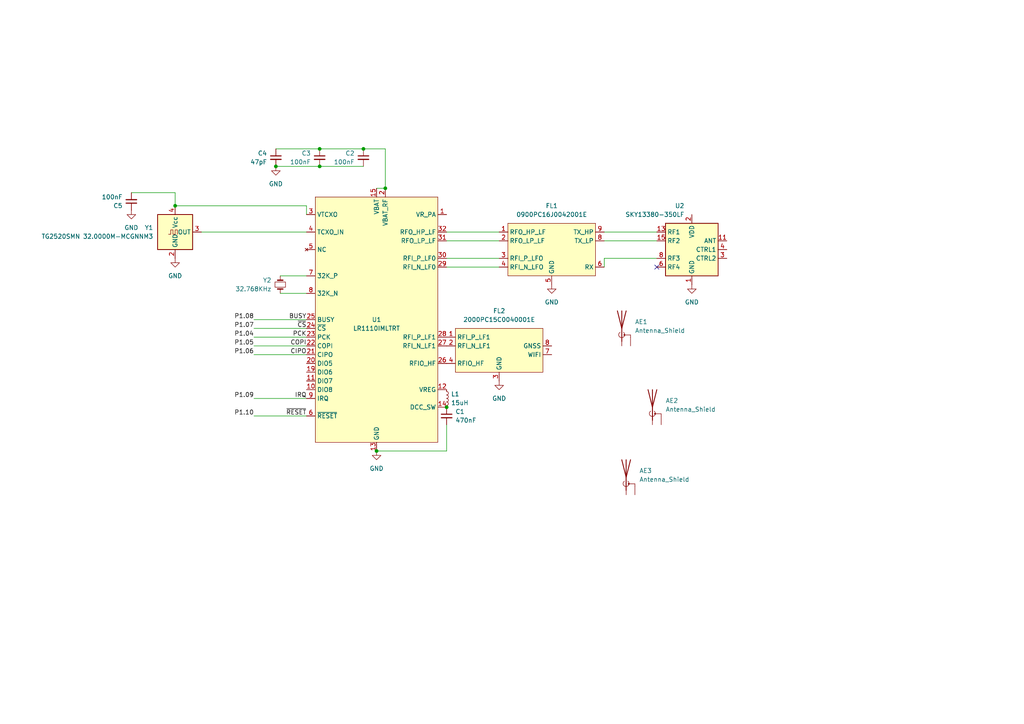
<source format=kicad_sch>
(kicad_sch (version 20250114) (generator "eeschema") (generator_version "9.0")
  (paper "A4")
  (lib_symbols
    (symbol "Device:Antenna_Shield" (pin_numbers (hide yes)) (pin_names (offset 1.016) (hide yes))
      (property "Reference" "AE" (at -1.905 4.445 0))
      (property "Value" "Antenna_Shield" (at -1.905 2.54 0))
      (symbol "Antenna_Shield_0_1"
        (arc (start 0 -2.667) (mid -0.8485 -2.1032) (end -0.508 -1.143))
        (polyline (pts (xy 0 5.08) (xy 0 -3.81)) (stroke (width 0.254)))
        (polyline (pts (xy 0 -2.54) (xy 0 0)))
        (arc (start 0.508 -1.143) (mid 0.8046 -2.0885) (end 0 -2.667))
        (polyline (pts (xy 0.762 -1.905) (xy 2.54 -1.905)))
        (circle (center 0.762 -1.905) (radius 0.1778) (fill (type outline)))
        (polyline (pts (xy 1.27 5.08) (xy 0 0) (xy -1.27 5.08)) (stroke (width 0.254)))
        (polyline (pts (xy 2.54 -2.54) (xy 2.54 -1.905)))
      )
      (symbol "Antenna_Shield_1_1"
        (pin input line (at 0 -5.08 90) (length 2.54) (name "A") (number "1"))
        (pin input line (at 2.54 -5.08 90) (length 2.54) (name "Shield") (number "2"))
      )
    )
    (symbol "Device:C_Small" (pin_numbers (hide yes)) (pin_names (offset 0.254) (hide yes))
      (property "Reference" "C" (at 0.254 1.778 0))
      (property "Value" "C_Small" (at 0.254 -2.032 0))
      (symbol "C_Small_0_1"
        (polyline (pts (xy -1.524 0.508) (xy 1.524 0.508)) (stroke (width 0.3048)))
        (polyline (pts (xy -1.524 -0.508) (xy 1.524 -0.508)) (stroke (width 0.3302)))
      )
      (symbol "C_Small_1_1"
        (pin passive line (at 0 2.54 270) (length 2.032) (name "~") (number "1"))
        (pin passive line (at 0 -2.54 90) (length 2.032) (name "~") (number "2"))
      )
    )
    (symbol "Device:Crystal_Small" (pin_numbers (hide yes)) (pin_names (offset 1.016) (hide yes))
      (property "Reference" "Y" (at 0 2.54 0))
      (property "Value" "Crystal_Small" (at 0 -2.54 0))
      (symbol "Crystal_Small_0_1"
        (polyline (pts (xy -1.27 -0.762) (xy -1.27 0.762)) (stroke (width 0.381)))
        (rectangle (start -0.762 -1.524) (end 0.762 1.524))
        (polyline (pts (xy 1.27 -0.762) (xy 1.27 0.762)) (stroke (width 0.381)))
      )
      (symbol "Crystal_Small_1_1"
        (pin passive line (at -2.54 0 0) (length 1.27) (name "1") (number "1"))
        (pin passive line (at 2.54 0 180) (length 1.27) (name "2") (number "2"))
      )
    )
    (symbol "Device:L_Small" (pin_numbers (hide yes)) (pin_names (offset 0.254) (hide yes))
      (property "Reference" "L" (at 0.762 1.016 0))
      (property "Value" "L_Small" (at 0.762 -1.016 0))
      (symbol "L_Small_0_1"
        (arc (start 0 2.032) (mid 0.5058 1.524) (end 0 1.016))
        (arc (start 0 1.016) (mid 0.5058 0.508) (end 0 0))
        (arc (start 0 0) (mid 0.5058 -0.508) (end 0 -1.016))
        (arc (start 0 -1.016) (mid 0.5058 -1.524) (end 0 -2.032))
      )
      (symbol "L_Small_1_1"
        (pin passive line (at 0 2.54 270) (length 0.508) (name "~") (number "1"))
        (pin passive line (at 0 -2.54 90) (length 0.508) (name "~") (number "2"))
      )
    )
    (symbol "Oscillator:TG2520SMN-xx.xxxxxxMhz-xxxxNM"
      (property "Reference" "Y" (at -5.08 6.35 0))
      (property "Value" "TG2520SMN-xx.xxxxxxMhz-xxxxNM" (at 1.27 -6.35 0))
      (symbol "TG2520SMN-xx.xxxxxxMhz-xxxxNM_0_1"
        (rectangle (start -5.08 5.08) (end 5.08 -5.08) (stroke (width 0.254)) (fill (type background)))
        (polyline (pts (xy -1.905 -0.635) (xy -1.27 -0.635) (xy -1.27 0.635) (xy -0.635 0.635) (xy -0.635 -0.635) (xy 0 -0.635) (xy 0 0.635) (xy 0.635 0.635) (xy 0.635 -0.635)))
      )
      (symbol "TG2520SMN-xx.xxxxxxMhz-xxxxNM_1_1"
        (pin no_connect line (at -5.08 0 0) (length 2.54) (hide yes) (name "NC") (number "1"))
        (pin power_in line (at 0 7.62 270) (length 2.54) (name "Vcc") (number "4"))
        (pin power_in line (at 0 -7.62 90) (length 2.54) (name "GND") (number "2"))
        (pin output line (at 7.62 0 180) (length 2.54) (name "OUT") (number "3"))
      )
    )
    (symbol "RF_Switch:SKY13380-350LF"
      (property "Reference" "U" (at -6.35 8.89 0))
      (property "Value" "SKY13380-350LF" (at 10.16 8.89 0))
      (symbol "SKY13380-350LF_0_1"
        (rectangle (start -7.62 7.62) (end 7.62 -7.62) (stroke (width 0.254)) (fill (type background)))
      )
      (symbol "SKY13380-350LF_1_1"
        (pin passive line (at -10.16 2.54 0) (length 2.54) (name "ANT") (number "11"))
        (pin input line (at -10.16 0 0) (length 2.54) (name "CTRL1") (number "4"))
        (pin input line (at -10.16 -2.54 0) (length 2.54) (name "CTRL2") (number "3"))
        (pin power_in line (at 0 10.16 270) (length 2.54) (name "VDD") (number "2"))
        (pin power_in line (at 0 -10.16 90) (length 2.54) (name "GND") (number "1"))
        (pin passive line (at 0 -10.16 90) (length 2.54) (hide yes) (name "GND") (number "10"))
        (pin passive line (at 0 -10.16 90) (length 2.54) (hide yes) (name "GND") (number "12"))
        (pin passive line (at 0 -10.16 90) (length 2.54) (hide yes) (name "GND") (number "14"))
        (pin passive line (at 0 -10.16 90) (length 2.54) (hide yes) (name "GND") (number "5"))
        (pin passive line (at 0 -10.16 90) (length 2.54) (hide yes) (name "GND") (number "7"))
        (pin passive line (at 0 -10.16 90) (length 2.54) (hide yes) (name "GND") (number "9"))
        (pin no_connect line (at 7.62 0 180) (length 2.54) (hide yes) (name "NC") (number "16"))
        (pin passive line (at 10.16 5.08 180) (length 2.54) (name "RF1") (number "13"))
        (pin passive line (at 10.16 2.54 180) (length 2.54) (name "RF2") (number "15"))
        (pin passive line (at 10.16 -2.54 180) (length 2.54) (name "RF3") (number "8"))
        (pin passive line (at 10.16 -5.08 180) (length 2.54) (name "RF4") (number "6"))
      )
    )
    (symbol "nRF54-LR1110-Fin-RF:0900PC16J0042001E"
      (property "Reference" "FL" (at 0 12.7 0))
      (property "Value" "0900PC16J0042001E" (at 0 10.16 0))
      (symbol "0900PC16J0042001E_0_0"
        (pin passive line (at -15.24 5.08 0) (length 2.54) (name "RFO_HP_LF") (number "1"))
        (pin passive line (at -15.24 -2.54 0) (length 2.54) (name "RFI_P_LFO") (number "3"))
        (pin passive line (at -15.24 -5.08 0) (length 2.54) (name "RFI_N_LFO") (number "4"))
        (pin passive line (at 0 -10.16 90) (length 2.54) (hide yes) (name "GND") (number "10"))
        (pin power_in line (at 0 -10.16 90) (length 2.54) (name "GND") (number "5"))
        (pin passive line (at 0 -10.16 90) (length 2.54) (hide yes) (name "GND") (number "7"))
        (pin passive line (at 15.24 5.08 180) (length 2.54) (name "TX_HP") (number "9"))
        (pin passive line (at 15.24 2.54 180) (length 2.54) (name "TX_LP") (number "8"))
        (pin passive line (at 15.24 -5.08 180) (length 2.54) (name "RX") (number "6"))
      )
      (symbol "0900PC16J0042001E_1_0"
        (pin passive line (at -15.24 2.54 0) (length 2.54) (name "RFO_LP_LF") (number "2"))
      )
      (symbol "0900PC16J0042001E_1_1"
        (rectangle (start -12.7 7.62) (end 12.7 -7.62) (fill (type background)))
      )
    )
    (symbol "nRF54-LR1110-Fin-RF:2000PC15C0040001E"
      (property "Reference" "FL" (at 0 12.7 0))
      (property "Value" "2000PC15C0040001E" (at 0 10.16 0))
      (symbol "2000PC15C0040001E_0_0"
        (pin passive line (at -15.24 5.08 0) (length 2.54) (name "RFI_P_LF1") (number "1"))
        (pin passive line (at -15.24 -2.54 0) (length 2.54) (name "RFIO_HF") (number "4"))
        (pin passive line (at 0 -7.62 90) (length 2.54) (hide yes) (name "GND") (number "10"))
        (pin power_in line (at 0 -7.62 90) (length 2.54) (name "GND") (number "3"))
        (pin passive line (at 0 -7.62 90) (length 2.54) (hide yes) (name "GND") (number "5"))
        (pin passive line (at 0 -7.62 90) (length 2.54) (hide yes) (name "GND") (number "6"))
        (pin passive line (at 0 -7.62 90) (length 2.54) (hide yes) (name "GND") (number "9"))
        (pin passive line (at 15.24 2.54 180) (length 2.54) (name "GNSS") (number "8"))
        (pin passive line (at 15.24 0 180) (length 2.54) (name "WIFI") (number "7"))
      )
      (symbol "2000PC15C0040001E_1_0"
        (pin passive line (at -15.24 2.54 0) (length 2.54) (name "RFI_N_LF1") (number "2"))
      )
      (symbol "2000PC15C0040001E_1_1"
        (rectangle (start -12.7 7.62) (end 12.7 -5.08) (fill (type background)))
      )
    )
    (symbol "nRF54-LR1110-Fin-RF:LR1110IMLTRT"
      (property "Reference" "U" (at 0 0 0))
      (property "Value" "LR1110IMLTRT" (at 0 -2.54 0))
      (symbol "LR1110IMLTRT_0_0"
        (pin power_out line (at -20.32 30.48 0) (length 2.54) (name "VTCXO") (number "3"))
        (pin input line (at -20.32 -27.94 0) (length 2.54) (name "~{RESET}") (number "6"))
        (pin power_in line (at 0 -38.1 90) (length 2.54) (name "GND") (number "13"))
        (pin passive line (at 0 -38.1 90) (length 2.54) (hide yes) (name "EP") (number "33"))
        (pin power_in line (at 2.54 38.1 270) (length 2.54) (name "VBAT_RF") (number "2"))
        (pin no_connect line (at 10.16 -35.56 90) (length 2.54) (hide yes) (name "DNC") (number "18"))
        (pin no_connect line (at 12.7 -35.56 90) (length 2.54) (hide yes) (name "DNC") (number "17"))
        (pin no_connect line (at 15.24 -35.56 90) (length 2.54) (hide yes) (name "DNC") (number "16"))
        (pin power_out line (at 20.32 30.48 180) (length 2.54) (name "VR_PA") (number "1"))
        (pin output line (at 20.32 25.4 180) (length 2.54) (name "RFO_HP_LF") (number "32"))
        (pin output line (at 20.32 22.86 180) (length 2.54) (name "RFO_LP_LF") (number "31"))
        (pin input line (at 20.32 17.78 180) (length 2.54) (name "RFI_P_LF0") (number "30"))
        (pin input line (at 20.32 15.24 180) (length 2.54) (name "RFI_N_LF0") (number "29"))
        (pin input line (at 20.32 -5.08 180) (length 2.54) (name "RFI_P_LF1") (number "28"))
        (pin input line (at 20.32 -7.62 180) (length 2.54) (name "RFI_N_LF1") (number "27"))
        (pin bidirectional line (at 20.32 -12.7 180) (length 2.54) (name "RFIO_HF") (number "26"))
        (pin power_out line (at 20.32 -20.32 180) (length 2.54) (name "VREG") (number "12"))
        (pin output line (at 20.32 -25.4 180) (length 2.54) (name "DCC_SW") (number "14"))
      )
      (symbol "LR1110IMLTRT_1_0"
        (pin passive line (at -20.32 25.4 0) (length 2.54) (name "XTA") (number "4") (alternate "TCXO_IN" input line))
        (pin passive line (at -20.32 20.32 0) (length 2.54) (name "XTB") (number "5") (alternate "NC" no_connect line))
        (pin passive line (at -20.32 12.7 0) (length 2.54) (name "32K_P") (number "7") (alternate "NC" no_connect line))
        (pin passive line (at -20.32 7.62 0) (length 2.54) (name "32K_N") (number "8"))
        (pin bidirectional line (at -20.32 0 0) (length 2.54) (name "DIO0") (number "25") (alternate "BUSY" output line))
        (pin bidirectional line (at -20.32 -2.54 0) (length 2.54) (name "DIO1") (number "24") (alternate "~{CS}" input line))
        (pin bidirectional line (at -20.32 -5.08 0) (length 2.54) (name "DIO2") (number "23") (alternate "PCK" input line))
        (pin bidirectional line (at -20.32 -7.62 0) (length 2.54) (name "DIO3") (number "22") (alternate "COPI" input line))
        (pin bidirectional line (at -20.32 -10.16 0) (length 2.54) (name "DIO4") (number "21") (alternate "CIPO" output line))
        (pin bidirectional line (at -20.32 -12.7 0) (length 2.54) (name "DIO5") (number "20"))
        (pin bidirectional line (at -20.32 -15.24 0) (length 2.54) (name "DIO6") (number "19"))
        (pin bidirectional line (at -20.32 -17.78 0) (length 2.54) (name "DIO7") (number "11"))
        (pin bidirectional line (at -20.32 -20.32 0) (length 2.54) (name "DIO8") (number "10"))
        (pin bidirectional line (at -20.32 -22.86 0) (length 2.54) (name "DIO9") (number "9") (alternate "IRQ" output line))
        (pin power_in line (at 0 38.1 270) (length 2.54) (name "VBAT") (number "15"))
      )
      (symbol "LR1110IMLTRT_1_1"
        (rectangle (start -17.78 35.56) (end 17.78 -35.56) (fill (type background)))
      )
    )
    (symbol "power:GND" (power) (pin_numbers (hide yes)) (pin_names (offset 0) (hide yes))
      (property "Value" "GND" (at 0 -3.81 0))
      (symbol "GND_0_1"
        (polyline (pts (xy 0 0) (xy 0 -1.27) (xy 1.27 -1.27) (xy 0 -2.54) (xy -1.27 -1.27) (xy 0 -1.27)))
      )
      (symbol "GND_1_1"
        (pin power_in line (at 0 0 270) (length 0) (name "~") (number "1"))
      )
    )
  )
  (junction (at 92.71 43.18))
  (junction (at 50.8 59.69))
  (junction (at 111.76 54.61))
  (junction (at 109.22 130.81))
  (junction (at 80.01 48.26))
  (junction (at 105.41 43.18))
  (junction (at 92.71 48.26))
  (junction (at 129.54 118.11))
  (no_connect (at 190.5 77.47))
  (wire (pts (xy 73.66 100.33) (xy 88.9 100.33)))
  (wire (pts (xy 81.28 85.09) (xy 88.9 85.09)))
  (wire (pts (xy 73.66 97.79) (xy 88.9 97.79)))
  (wire (pts (xy 144.78 77.47) (xy 129.54 77.47)))
  (wire (pts (xy 109.22 130.81) (xy 129.54 130.81)))
  (wire (pts (xy 50.8 55.88) (xy 50.8 59.69)))
  (wire (pts (xy 73.66 95.25) (xy 88.9 95.25)))
  (wire (pts (xy 50.8 59.69) (xy 88.9 59.69)))
  (wire (pts (xy 73.66 115.57) (xy 88.9 115.57)))
  (wire (pts (xy 73.66 102.87) (xy 88.9 102.87)))
  (wire (pts (xy 144.78 74.93) (xy 129.54 74.93)))
  (wire (pts (xy 58.42 67.31) (xy 88.9 67.31)))
  (wire (pts (xy 109.22 54.61) (xy 111.76 54.61)))
  (wire (pts (xy 38.1 55.88) (xy 50.8 55.88)))
  (wire (pts (xy 175.26 74.93) (xy 175.26 77.47)))
  (wire (pts (xy 144.78 69.85) (xy 129.54 69.85)))
  (wire (pts (xy 111.76 43.18) (xy 111.76 54.61)))
  (wire (pts (xy 80.01 48.26) (xy 92.71 48.26)))
  (wire (pts (xy 105.41 43.18) (xy 111.76 43.18)))
  (wire (pts (xy 92.71 48.26) (xy 105.41 48.26)))
  (wire (pts (xy 81.28 80.01) (xy 88.9 80.01)))
  (wire (pts (xy 190.5 74.93) (xy 175.26 74.93)))
  (wire (pts (xy 175.26 67.31) (xy 190.5 67.31)))
  (wire (pts (xy 73.66 120.65) (xy 88.9 120.65)))
  (wire (pts (xy 92.71 43.18) (xy 105.41 43.18)))
  (wire (pts (xy 175.26 69.85) (xy 190.5 69.85)))
  (wire (pts (xy 80.01 43.18) (xy 92.71 43.18)))
  (wire (pts (xy 144.78 67.31) (xy 129.54 67.31)))
  (wire (pts (xy 88.9 59.69) (xy 88.9 62.23)))
  (wire (pts (xy 73.66 92.71) (xy 88.9 92.71)))
  (wire (pts (xy 129.54 130.81) (xy 129.54 123.19)))
  (label "COPI" (at 88.9 100.33 180))
  (label "~{CS}" (at 88.9 95.25 180))
  (label "P1.09" (at 73.66 115.57 180))
  (label "P1.07" (at 73.66 95.25 180))
  (label "IRQ" (at 88.9 115.57 180))
  (label "P1.05" (at 73.66 100.33 180))
  (label "P1.10" (at 73.66 120.65 180))
  (label "P1.08" (at 73.66 92.71 180))
  (label "BUSY" (at 88.9 92.71 180))
  (label "PCK" (at 88.9 97.79 180))
  (label "P1.06" (at 73.66 102.87 180))
  (label "P1.04" (at 73.66 97.79 180))
  (label "~{RESET}" (at 88.9 120.65 180))
  (label "CIPO" (at 88.9 102.87 180))
  (symbol (lib_id "Device:C_Small") (at 80.01 45.72 0) (unit 1)
    (property "Reference" "C4" (at 77.47 44.4562 0) (effects (justify right)))
    (property "Value" "47pF" (at 77.47 46.9962 0) (effects (justify right)))
    (property "Description" "Unpolarized capacitor, small symbol" (effects (hide yes)))
  )
  (symbol (lib_id "Device:Antenna_Shield") (at 181.61 138.43 0) (unit 1)
    (property "Reference" "AE3" (at 185.42 136.5249 0) (effects (justify left)))
    (property "Value" "Antenna_Shield" (at 185.42 139.0649 0) (effects (justify left)))
    (property "Footprint" "Connector_Coaxial:SMA_Amphenol_132289_EdgeMount" (effects (hide yes)))
    (property "Description" "Antenna with extra pin for shielding" (effects (hide yes)))
  )
  (symbol (lib_id "power:GND") (at 160.02 82.55 0) (unit 1)
    (property "Reference" "#PWR05" (effects (hide yes)))
    (property "Value" "GND" (at 160.02 87.63 0))
    (property "Description" "Power symbol creates a global label with name \"GND\" , ground" (effects (hide yes)))
  )
  (symbol (lib_id "nRF54-LR1110-Fin-RF:0900PC16J0042001E") (at 160.02 72.39 0) (unit 1)
    (property "Reference" "FL1" (at 160.02 59.69 0))
    (property "Value" "0900PC16J0042001E" (at 160.02 62.23 0))
    (property "Footprint" "RF_Converter:Balun_Johanson_0900FM15K0039" (effects (hide yes)))
  )
  (symbol (lib_id "Device:L_Small") (at 129.54 115.57 0) (unit 1)
    (property "Reference" "L1" (at 130.81 114.2999 0) (effects (justify left)))
    (property "Value" "15uH" (at 130.81 116.8399 0) (effects (justify left)))
    (property "Description" "Inductor, small symbol" (effects (hide yes)))
  )
  (symbol (lib_id "power:GND") (at 50.8 74.93 0) (unit 1)
    (property "Reference" "#PWR03" (effects (hide yes)))
    (property "Value" "GND" (at 50.8 80.01 0))
    (property "Description" "Power symbol creates a global label with name \"GND\" , ground" (effects (hide yes)))
  )
  (symbol (lib_id "power:GND") (at 200.66 82.55 0) (unit 1)
    (property "Reference" "#PWR07" (effects (hide yes)))
    (property "Value" "GND" (at 200.66 87.63 0))
    (property "Description" "Power symbol creates a global label with name \"GND\" , ground" (effects (hide yes)))
  )
  (symbol (lib_id "Device:Crystal_Small") (at 81.28 82.55 90) (unit 1)
    (property "Reference" "Y2" (at 78.74 81.2799 90) (effects (justify left)))
    (property "Value" "32.768KHz" (at 78.74 83.8199 90) (effects (justify left)))
    (property "Description" "Two pin crystal, small symbol" (effects (hide yes)))
  )
  (symbol (lib_id "power:GND") (at 109.22 130.81 0) (unit 1)
    (property "Reference" "#PWR01" (effects (hide yes)))
    (property "Value" "GND" (at 109.22 135.89 0))
    (property "Description" "Power symbol creates a global label with name \"GND\" , ground" (effects (hide yes)))
  )
  (symbol (lib_id "power:GND") (at 144.78 110.49 0) (unit 1)
    (property "Reference" "#PWR06" (effects (hide yes)))
    (property "Value" "GND" (at 144.78 115.57 0))
    (property "Description" "Power symbol creates a global label with name \"GND\" , ground" (effects (hide yes)))
  )
  (symbol (lib_id "power:GND") (at 80.01 48.26 0) (unit 1)
    (property "Reference" "#PWR02" (effects (hide yes)))
    (property "Value" "GND" (at 80.01 53.34 0))
    (property "Description" "Power symbol creates a global label with name \"GND\" , ground" (effects (hide yes)))
  )
  (symbol (lib_id "Device:Antenna_Shield") (at 180.34 95.25 0) (unit 1)
    (property "Reference" "AE1" (at 184.15 93.3449 0) (effects (justify left)))
    (property "Value" "Antenna_Shield" (at 184.15 95.8849 0) (effects (justify left)))
    (property "Footprint" "Connector_Coaxial:SMA_Amphenol_132289_EdgeMount" (effects (hide yes)))
    (property "Description" "Antenna with extra pin for shielding" (effects (hide yes)))
  )
  (symbol (lib_id "Device:C_Small") (at 92.71 45.72 0) (unit 1)
    (property "Reference" "C3" (at 90.17 44.4562 0) (effects (justify right)))
    (property "Value" "100nF" (at 90.17 46.9962 0) (effects (justify right)))
    (property "Description" "Unpolarized capacitor, small symbol" (effects (hide yes)))
  )
  (symbol (lib_id "Device:C_Small") (at 38.1 58.42 0) (mirror x) (unit 1)
    (property "Reference" "C5" (at 35.56 59.6838 0) (effects (justify right)))
    (property "Value" "100nF" (at 35.56 57.1438 0) (effects (justify right)))
    (property "Description" "Unpolarized capacitor, small symbol" (effects (hide yes)))
  )
  (symbol (lib_id "Device:Antenna_Shield") (at 189.23 118.11 0) (unit 1)
    (property "Reference" "AE2" (at 193.04 116.2049 0) (effects (justify left)))
    (property "Value" "Antenna_Shield" (at 193.04 118.7449 0) (effects (justify left)))
    (property "Footprint" "Connector_Coaxial:SMA_Amphenol_132289_EdgeMount" (effects (hide yes)))
    (property "Description" "Antenna with extra pin for shielding" (effects (hide yes)))
  )
  (symbol (lib_id "Device:C_Small") (at 129.54 120.65 0) (unit 1)
    (property "Reference" "C1" (at 132.08 119.3862 0) (effects (justify left)))
    (property "Value" "470nF" (at 132.08 121.9262 0) (effects (justify left)))
    (property "Description" "Unpolarized capacitor, small symbol" (effects (hide yes)))
  )
  (symbol (lib_id "Device:C_Small") (at 105.41 45.72 0) (unit 1)
    (property "Reference" "C2" (at 102.87 44.4562 0) (effects (justify right)))
    (property "Value" "100nF" (at 102.87 46.9962 0) (effects (justify right)))
    (property "Description" "Unpolarized capacitor, small symbol" (effects (hide yes)))
  )
  (symbol (lib_id "Oscillator:TG2520SMN-xx.xxxxxxMhz-xxxxNM") (at 50.8 67.31 0) (unit 1)
    (property "Reference" "Y1" (at 44.45 66.0399 0) (effects (justify right)))
    (property "Value" "TG2520SMN 32.0000M-MCGNNM3" (at 44.45 68.5799 0) (effects (justify right)))
    (property "Footprint" "Oscillator:Oscillator_SMD_SeikoEpson_TG2520SMN-xxx-xxxxxx-4Pin_2.5x2.0mm" (effects (hide yes)))
    (property "Datasheet" "https://support.epson.biz/td/api/doc_check.php?dl=app_TG2520SMN&lang=en" (effects (hide yes)))
    (property "Description" "Crystal Oscillator Low Profile / High Stability TCXO" (effects (hide yes)))
  )
  (symbol (lib_id "nRF54-LR1110-Fin-RF:2000PC15C0040001E") (at 144.78 102.87 0) (unit 1)
    (property "Reference" "FL2" (at 144.78 90.17 0))
    (property "Value" "2000PC15C0040001E" (at 144.78 92.71 0))
    (property "Footprint" "RF_Converter:Balun_Johanson_0900FM15K0039" (effects (hide yes)))
  )
  (symbol (lib_id "RF_Switch:SKY13380-350LF") (at 200.66 72.39 0) (mirror y) (unit 1)
    (property "Reference" "U2" (at 198.5167 59.69 0) (effects (justify left)))
    (property "Value" "SKY13380-350LF" (at 198.5167 62.23 0) (effects (justify left)))
    (property "Footprint" "Package_DFN_QFN:QFN-16-1EP_3x3mm_P0.5mm_EP1.7x1.7mm" (effects (hide yes)))
    (property "Datasheet" "https://www.skyworksinc.com/-/media/SkyWorks/Documents/Products/601-700/201486C.pdf" (effects (hide yes)))
    (property "Description" "SP4T 20MHz-3GHz high power switch, 50 Ohm, QFN-16" (effects (hide yes)))
  )
  (symbol (lib_id "nRF54-LR1110-Fin-RF:LR1110IMLTRT") (at 109.22 92.71 0) (unit 1)
    (property "Reference" "U1" (at 109.22 92.71 0))
    (property "Value" "LR1110IMLTRT" (at 109.22 95.25 0))
    (property "Footprint" "Package_DFN_QFN:QFN-32-1EP_5x5mm_P0.5mm_EP3.7x3.7mm_ThermalVias" (effects (hide yes)))
    (property "Datasheet" "https://semtech.my.salesforce.com/sfc/p/#E0000000JelG/a/2R000000Q2YY/7hyal8gUewWREN8DSEk5R3Ee8OpqEuVOdsHpiAHb3jo" (effects (hide yes)))
    (property "Description" "Ultra-low power Wi-Fi/GNSS scanner + LoRa transceiver, 150-960MHz, 22dBm output power, GPS/BeiDou scanning, Wi-Fi passive scanning, QFN-32" (effects (hide yes)))
    (pin "24" (alternate "~{CS}"))
    (pin "25" (alternate "BUSY"))
    (pin "5" (alternate "NC"))
    (pin "22" (alternate "COPI"))
    (pin "21" (alternate "CIPO"))
    (pin "9" (alternate "IRQ"))
    (pin "4" (alternate "TCXO_IN"))
    (pin "23" (alternate "PCK"))
  )
  (symbol (lib_id "power:GND") (at 38.1 60.96 0) (unit 1)
    (property "Reference" "#PWR04" (effects (hide yes)))
    (property "Value" "GND" (at 38.1 66.04 0))
    (property "Description" "Power symbol creates a global label with name \"GND\" , ground" (effects (hide yes)))
  )
)
</source>
